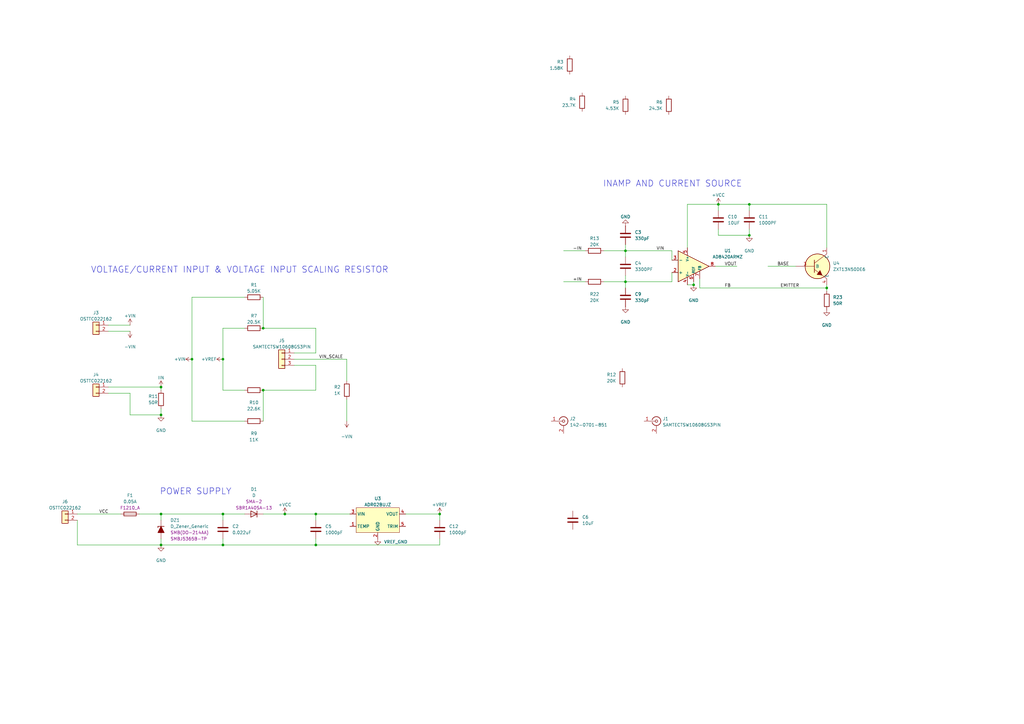
<source format=kicad_sch>
(kicad_sch (version 20250114) (generator "eeschema") (generator_version "9.0")
  (paper "A3")
  (lib_symbols
    (symbol "Connector:Conn_Coaxial" (pin_names (offset 1.016) (hide yes))
      (property "Reference" "J" (at 0.254 3.048 0))
      (property "Value" "Conn_Coaxial" (at 2.921 0 90))
      (symbol "Conn_Coaxial_0_1"
        (polyline (pts (xy -2.54 0) (xy -0.508 0)))
        (arc (start 1.778 0) (mid 0.222 -1.8079) (end -1.778 -0.508) (stroke (width 0.254)))
        (arc (start -1.778 0.508) (mid 0.2221 1.8084) (end 1.778 0) (stroke (width 0.254)))
        (circle (center 0 0) (radius 0.508) (stroke (width 0.2032)))
        (polyline (pts (xy 0 -2.54) (xy 0 -1.778)))
      )
      (symbol "Conn_Coaxial_1_1"
        (pin passive line (at -5.08 0 0) (length 2.54) (name "In") (number "1"))
        (pin passive line (at 0 -5.08 90) (length 2.54) (name "Ext") (number "2"))
      )
    )
    (symbol "Connector_Generic:Conn_01x02" (pin_names (offset 1.016) (hide yes))
      (property "Reference" "J" (at 0 2.54 0))
      (property "Value" "Conn_01x02" (at 0 -5.08 0))
      (symbol "Conn_01x02_1_1"
        (rectangle (start -1.27 1.27) (end 1.27 -3.81) (stroke (width 0.254)) (fill (type background)))
        (rectangle (start -1.27 0.127) (end 0 -0.127) (stroke (width 0.1524)))
        (rectangle (start -1.27 -2.413) (end 0 -2.667) (stroke (width 0.1524)))
        (pin passive line (at -5.08 0 0) (length 3.81) (name "Pin_1") (number "1"))
        (pin passive line (at -5.08 -2.54 0) (length 3.81) (name "Pin_2") (number "2"))
      )
    )
    (symbol "Connector_Generic:Conn_01x03" (pin_names (offset 1.016) (hide yes))
      (property "Reference" "J" (at 0 5.08 0))
      (property "Value" "Conn_01x03" (at 0 -5.08 0))
      (symbol "Conn_01x03_1_1"
        (rectangle (start -1.27 3.81) (end 1.27 -3.81) (stroke (width 0.254)) (fill (type background)))
        (rectangle (start -1.27 2.667) (end 0 2.413) (stroke (width 0.1524)))
        (rectangle (start -1.27 0.127) (end 0 -0.127) (stroke (width 0.1524)))
        (rectangle (start -1.27 -2.413) (end 0 -2.667) (stroke (width 0.1524)))
        (pin passive line (at -5.08 2.54 0) (length 3.81) (name "Pin_1") (number "1"))
        (pin passive line (at -5.08 0 0) (length 3.81) (name "Pin_2") (number "2"))
        (pin passive line (at -5.08 -2.54 0) (length 3.81) (name "Pin_3") (number "3"))
      )
    )
    (symbol "Device:D" (pin_numbers (hide yes)) (pin_names (offset 1.016) (hide yes))
      (property "Reference" "D" (at 0 2.54 0))
      (property "Value" "D" (at 0 -2.54 0))
      (symbol "D_0_1"
        (polyline (pts (xy -1.27 1.27) (xy -1.27 -1.27)) (stroke (width 0.254)))
        (polyline (pts (xy 1.27 1.27) (xy 1.27 -1.27) (xy -1.27 0) (xy 1.27 1.27)) (stroke (width 0.254)))
        (polyline (pts (xy 1.27 0) (xy -1.27 0)))
      )
      (symbol "D_1_1"
        (pin passive line (at -3.81 0 0) (length 2.54) (name "K") (number "1"))
        (pin passive line (at 3.81 0 180) (length 2.54) (name "A") (number "2"))
      )
    )
    (symbol "Device:Fuse" (pin_numbers (hide yes)) (pin_names (offset 0))
      (property "Reference" "F" (at 2.032 0 90))
      (property "Value" "Fuse" (at -1.905 0 90))
      (symbol "Fuse_0_1"
        (rectangle (start -0.762 -2.54) (end 0.762 2.54) (stroke (width 0.254)))
        (polyline (pts (xy 0 2.54) (xy 0 -2.54)))
      )
      (symbol "Fuse_1_1"
        (pin passive line (at 0 3.81 270) (length 1.27) (name "~") (number "1"))
        (pin passive line (at 0 -3.81 90) (length 1.27) (name "~") (number "2"))
      )
    )
    (symbol "Library:ADR02BUJZ"
      (property "Reference" "U" (at 0 0 0))
      (property "Value" "ADR02BUJZ" (at 0 0 0))
      (symbol "ADR02BUJZ_0_0"
        (pin unspecified line (at -11.43 2.54 0) (length 2.54) (name "VIN") (number "3"))
        (pin unspecified line (at -11.43 -2.54 0) (length 2.54) (name "TEMP") (number "1"))
        (pin unspecified line (at 0 -7.62 90) (length 2.54) (name "GND") (number "2"))
        (pin unspecified line (at 11.43 2.54 180) (length 2.54) (name "VOUT") (number "4"))
        (pin unspecified line (at 11.43 -2.54 180) (length 2.54) (name "TRIM") (number "5"))
      )
      (symbol "ADR02BUJZ_1_1"
        (rectangle (start -8.89 5.08) (end 8.89 -5.08) (fill (type background)))
      )
    )
    (symbol "Library:ZXT13N50DE6"
      (property "Reference" "U" (at 0 -0.254 0))
      (property "Value" "ZXT13N50DE6" (at 0 0 0))
      (symbol "ZXT13N50DE6_0_0"
        (pin unspecified line (at 5.08 7.62 270) (length 2.54) (name "C") (number "1"))
        (pin unspecified line (at 5.08 7.62 270) (length 2.54) (hide yes) (name "C") (number "2"))
        (pin unspecified line (at 5.08 7.62 270) (length 2.54) (hide yes) (name "C") (number "5"))
        (pin unspecified line (at 5.08 7.62 270) (length 2.54) (hide yes) (name "C") (number "6"))
        (pin unspecified line (at 5.08 -7.62 90) (length 2.54) (name "E") (number "4"))
      )
      (symbol "ZXT13N50DE6_1_0"
        (pin unspecified line (at -7.62 0 0) (length 7.62) (name "B") (number "3"))
      )
      (symbol "ZXT13N50DE6_1_1"
        (polyline (pts (xy 0 2.54) (xy 0 -2.54)) (stroke (width 0.254)))
        (circle (center 1.27 0) (radius 5.08) (stroke (width 0.254)) (fill (type background)))
        (polyline (pts (xy 2.3368 -1.7018) (xy 3.1496 -3.6322) (xy 1.0668 -3.3782) (xy 2.3368 -1.7018)) (fill (type outline)))
        (polyline (pts (xy 5.08 5.08) (xy 0 1.27)))
        (polyline (pts (xy 5.08 -5.08) (xy 0 -1.27)))
      )
    )
    (symbol "PCM_Amplifier_Instrumentation_AKL:AD8420ARMZ" (pin_names (offset 0.2))
      (property "Reference" "U" (at 6.35 7.62 0))
      (property "Value" "AD8420ARMZ" (at 6.35 5.08 0))
      (symbol "AD8420ARMZ_0_1"
        (polyline (pts (xy -1.27 6.35) (xy -1.27 -6.35) (xy 11.43 0) (xy -1.27 6.35)) (stroke (width 0.254)) (fill (type background)))
      )
      (symbol "AD8420ARMZ_1_1"
        (pin input line (at -3.81 2.54 0) (length 2.54) (name "-") (number "3"))
        (pin input line (at -3.81 -2.54 0) (length 2.54) (name "+") (number "2"))
        (pin no_connect line (at 1.27 0 0) (length 2.54) (hide yes) (name "NC") (number "1"))
        (pin power_in line (at 2.54 7.62 270) (length 3.18) (name "V+") (number "5"))
        (pin power_in line (at 2.54 -7.62 90) (length 3.18) (name "V-") (number "4"))
        (pin input line (at 5.08 -6.35 90) (length 3.18) (name "REF") (number "6"))
        (pin input line (at 7.62 -5.08 90) (length 3.18) (name "FB") (number "7"))
        (pin output line (at 13.97 0 180) (length 2.54) (name "~") (number "8"))
      )
    )
    (symbol "PCM_Capacitor_AKL:C_1206" (pin_numbers (hide yes)) (pin_names (offset 0.254))
      (property "Reference" "C" (at 0.635 2.54 0))
      (property "Value" "C_1206" (at 0.635 -2.54 0))
      (symbol "C_1206_0_1"
        (polyline (pts (xy -2.032 0.762) (xy 2.032 0.762)) (stroke (width 0.508)))
        (polyline (pts (xy -2.032 -0.762) (xy 2.032 -0.762)) (stroke (width 0.508)))
      )
      (symbol "C_1206_0_2"
        (polyline (pts (xy -2.54 -2.54) (xy -0.381 -0.381)))
        (polyline (pts (xy -0.508 -0.508) (xy -1.651 0.635)) (stroke (width 0.508)))
        (polyline (pts (xy -0.508 -0.508) (xy 0.635 -1.651)) (stroke (width 0.508)))
        (polyline (pts (xy 0.381 0.381) (xy 2.54 2.54)))
        (polyline (pts (xy 0.508 0.508) (xy -0.635 1.651)) (stroke (width 0.508)))
        (polyline (pts (xy 0.508 0.508) (xy 1.651 -0.635)) (stroke (width 0.508)))
      )
      (symbol "C_1206_1_1"
        (pin passive line (at 0 3.81 270) (length 2.794) (name "~") (number "1"))
        (pin passive line (at 0 -3.81 90) (length 2.794) (name "~") (number "2"))
      )
      (symbol "C_1206_1_2"
        (pin passive line (at -2.54 -2.54 90) (length 0) (name "~") (number "2"))
        (pin passive line (at 2.54 2.54 270) (length 0) (name "~") (number "1"))
      )
    )
    (symbol "PCM_Diode_Zener_AKL:D_Zener_Generic" (pin_numbers (hide yes)) (pin_names (offset 1.016) (hide yes))
      (property "Reference" "DZ" (at 0 7.62 0))
      (property "Value" "D_Zener_Generic" (at 0 5.08 0))
      (symbol "D_Zener_Generic_0_1"
        (polyline (pts (xy -1.27 0) (xy 1.27 0)))
        (polyline (pts (xy -1.27 -1.27) (xy -1.27 1.27) (xy 1.27 0) (xy -1.27 -1.27)) (stroke (width 0.254)) (fill (type outline)))
        (polyline (pts (xy 1.27 1.27) (xy 0.762 1.27)) (stroke (width 0.254)))
        (polyline (pts (xy 1.27 1.27) (xy 1.27 -1.27)) (stroke (width 0.254)))
      )
      (symbol "D_Zener_Generic_0_2"
        (polyline (pts (xy -2.54 -2.54) (xy 2.54 2.54)))
        (polyline (pts (xy -0.889 -0.889) (xy -1.778 0) (xy 0.889 0.889) (xy 0 -1.778) (xy -0.889 -0.889)) (stroke (width 0.254)) (fill (type outline)))
        (polyline (pts (xy 0 1.778) (xy -0.381 1.397)) (stroke (width 0.254)))
        (polyline (pts (xy 0 1.778) (xy 1.778 0)) (stroke (width 0.254)))
      )
      (symbol "D_Zener_Generic_1_1"
        (pin passive line (at -3.81 0 0) (length 2.54) (name "A") (number "2"))
        (pin passive line (at 3.81 0 180) (length 2.54) (name "K") (number "1"))
      )
      (symbol "D_Zener_Generic_1_2"
        (pin passive line (at -2.54 -2.54 0) (length 0) (name "A") (number "2"))
        (pin passive line (at 2.54 2.54 180) (length 0) (name "K") (number "1"))
      )
    )
    (symbol "PCM_Resistor_AKL:R_1206" (pin_numbers (hide yes)) (pin_names (offset 0))
      (property "Reference" "R" (at 2.54 1.27 0))
      (property "Value" "R_1206" (at 2.54 -1.27 0))
      (symbol "R_1206_0_1"
        (rectangle (start -1.016 2.54) (end 1.016 -2.54) (stroke (width 0.254)))
      )
      (symbol "R_1206_0_2"
        (polyline (pts (xy -2.54 -2.54) (xy -1.524 -1.524)))
        (polyline (pts (xy 1.524 1.524) (xy 2.54 2.54)))
        (polyline (pts (xy 1.524 1.524) (xy 0.889 2.159) (xy -2.159 -0.889) (xy -0.889 -2.159) (xy 2.159 0.889) (xy 1.524 1.524)) (stroke (width 0.254)))
      )
      (symbol "R_1206_1_1"
        (pin passive line (at 0 3.81 270) (length 1.27) (name "~") (number "1"))
        (pin passive line (at 0 -3.81 90) (length 1.27) (name "~") (number "2"))
      )
      (symbol "R_1206_1_2"
        (pin passive line (at -2.54 -2.54 0) (length 0) (name "") (number "2"))
        (pin passive line (at 2.54 2.54 180) (length 0) (name "") (number "1"))
      )
    )
    (symbol "power:GND" (power) (pin_numbers (hide yes)) (pin_names (offset 0) (hide yes))
      (property "Value" "GND" (at 0 -3.81 0))
      (symbol "GND_0_1"
        (polyline (pts (xy 0 0) (xy 0 -1.27) (xy 1.27 -1.27) (xy 0 -2.54) (xy -1.27 -1.27) (xy 0 -1.27)))
      )
      (symbol "GND_1_1"
        (pin power_in line (at 0 0 270) (length 0) (name "~") (number "1"))
      )
    )
    (symbol "power:VCC" (power) (pin_numbers (hide yes)) (pin_names (offset 0) (hide yes))
      (property "Value" "VCC" (at 0 3.556 0))
      (symbol "VCC_0_1"
        (polyline (pts (xy -0.762 1.27) (xy 0 2.54)))
        (polyline (pts (xy 0 2.54) (xy 0.762 1.27)))
        (polyline (pts (xy 0 0) (xy 0 2.54)))
      )
      (symbol "VCC_1_1"
        (pin power_in line (at 0 0 90) (length 0) (name "~") (number "1"))
      )
    )
  )
  (text "POWER SUPPLY" (at 80.264 201.676 0) (effects (font (size 2.54 2.54))))
  (text "INAMP AND CURRENT SOURCE" (at 275.844 75.438 0) (effects (font (size 2.54 2.54))))
  (text "VOLTAGE/CURRENT INPUT & VOLTAGE INPUT SCALING RESISTOR" (at 98.298 110.744 0) (effects (font (size 2.54 2.54))))
  (junction (at 339.09 118.11))
  (junction (at 78.74 147.32))
  (junction (at 256.54 115.57))
  (junction (at 256.54 102.87))
  (junction (at 66.04 170.18))
  (junction (at 107.95 134.62))
  (junction (at 91.44 210.82))
  (junction (at 107.95 160.02))
  (junction (at 129.54 210.82))
  (junction (at 91.44 147.32))
  (junction (at 116.84 210.82))
  (junction (at 307.34 96.52))
  (junction (at 180.34 210.82))
  (junction (at 91.44 223.52))
  (junction (at 129.54 223.52))
  (junction (at 307.34 83.82))
  (junction (at 294.64 83.82))
  (junction (at 66.04 223.52))
  (junction (at 66.04 158.75))
  (junction (at 66.04 210.82))
  (junction (at 284.48 116.84))
  (wire (pts (xy 31.75 223.52) (xy 66.04 223.52)))
  (wire (pts (xy 107.95 210.82) (xy 116.84 210.82)))
  (wire (pts (xy 339.09 83.82) (xy 339.09 101.6)))
  (wire (pts (xy 91.44 223.52) (xy 129.54 223.52)))
  (wire (pts (xy 339.09 118.11) (xy 339.09 116.84)))
  (wire (pts (xy 256.54 102.87) (xy 256.54 105.41)))
  (wire (pts (xy 275.59 115.57) (xy 275.59 111.76)))
  (wire (pts (xy 142.24 147.32) (xy 142.24 156.21)))
  (wire (pts (xy 66.04 210.82) (xy 91.44 210.82)))
  (wire (pts (xy 53.34 161.29) (xy 53.34 170.18)))
  (wire (pts (xy 120.65 149.86) (xy 129.54 149.86)))
  (wire (pts (xy 142.24 163.83) (xy 142.24 172.72)))
  (wire (pts (xy 129.54 134.62) (xy 129.54 144.78)))
  (wire (pts (xy 66.04 167.64) (xy 66.04 170.18)))
  (wire (pts (xy 166.37 210.82) (xy 180.34 210.82)))
  (wire (pts (xy 256.54 113.03) (xy 256.54 115.57)))
  (wire (pts (xy 231.14 102.87) (xy 240.03 102.87)))
  (wire (pts (xy 307.34 83.82) (xy 294.64 83.82)))
  (wire (pts (xy 180.34 223.52) (xy 180.34 220.98)))
  (wire (pts (xy 120.65 147.32) (xy 142.24 147.32)))
  (wire (pts (xy 129.54 149.86) (xy 129.54 160.02)))
  (wire (pts (xy 116.84 210.82) (xy 129.54 210.82)))
  (wire (pts (xy 78.74 147.32) (xy 78.74 172.72)))
  (wire (pts (xy 53.34 170.18) (xy 66.04 170.18)))
  (wire (pts (xy 100.33 134.62) (xy 91.44 134.62)))
  (wire (pts (xy 247.65 115.57) (xy 256.54 115.57)))
  (wire (pts (xy 129.54 223.52) (xy 180.34 223.52)))
  (wire (pts (xy 256.54 115.57) (xy 275.59 115.57)))
  (wire (pts (xy 57.15 210.82) (xy 66.04 210.82)))
  (wire (pts (xy 287.02 118.11) (xy 339.09 118.11)))
  (wire (pts (xy 256.54 100.33) (xy 256.54 102.87)))
  (wire (pts (xy 307.34 83.82) (xy 339.09 83.82)))
  (wire (pts (xy 275.59 102.87) (xy 275.59 106.68)))
  (wire (pts (xy 91.44 160.02) (xy 100.33 160.02)))
  (wire (pts (xy 180.34 213.36) (xy 180.34 210.82)))
  (wire (pts (xy 66.04 210.82) (xy 66.04 213.36)))
  (wire (pts (xy 44.45 133.35) (xy 53.34 133.35)))
  (wire (pts (xy 294.64 93.98) (xy 294.64 96.52)))
  (wire (pts (xy 91.44 210.82) (xy 91.44 213.36)))
  (wire (pts (xy 339.09 118.11) (xy 339.09 119.38)))
  (wire (pts (xy 107.95 160.02) (xy 129.54 160.02)))
  (wire (pts (xy 44.45 158.75) (xy 66.04 158.75)))
  (wire (pts (xy 284.48 115.57) (xy 284.48 116.84)))
  (wire (pts (xy 281.94 83.82) (xy 281.94 101.6)))
  (wire (pts (xy 256.54 102.87) (xy 275.59 102.87)))
  (wire (pts (xy 314.96 109.22) (xy 326.39 109.22)))
  (wire (pts (xy 129.54 144.78) (xy 120.65 144.78)))
  (wire (pts (xy 107.95 121.92) (xy 107.95 134.62)))
  (wire (pts (xy 294.64 83.82) (xy 294.64 86.36)))
  (wire (pts (xy 129.54 210.82) (xy 129.54 213.36)))
  (wire (pts (xy 66.04 220.98) (xy 66.04 223.52)))
  (wire (pts (xy 107.95 134.62) (xy 129.54 134.62)))
  (wire (pts (xy 294.64 83.82) (xy 281.94 83.82)))
  (wire (pts (xy 129.54 220.98) (xy 129.54 223.52)))
  (wire (pts (xy 294.64 96.52) (xy 307.34 96.52)))
  (wire (pts (xy 129.54 210.82) (xy 143.51 210.82)))
  (wire (pts (xy 91.44 210.82) (xy 100.33 210.82)))
  (wire (pts (xy 91.44 220.98) (xy 91.44 223.52)))
  (wire (pts (xy 307.34 93.98) (xy 307.34 96.52)))
  (wire (pts (xy 31.75 213.36) (xy 31.75 223.52)))
  (wire (pts (xy 287.02 118.11) (xy 287.02 114.3)))
  (wire (pts (xy 100.33 121.92) (xy 78.74 121.92)))
  (wire (pts (xy 78.74 121.92) (xy 78.74 147.32)))
  (wire (pts (xy 91.44 147.32) (xy 91.44 160.02)))
  (wire (pts (xy 293.37 109.22) (xy 302.26 109.22)))
  (wire (pts (xy 31.75 210.82) (xy 49.53 210.82)))
  (wire (pts (xy 256.54 115.57) (xy 256.54 118.11)))
  (wire (pts (xy 78.74 172.72) (xy 100.33 172.72)))
  (wire (pts (xy 66.04 223.52) (xy 91.44 223.52)))
  (wire (pts (xy 284.48 116.84) (xy 281.94 116.84)))
  (wire (pts (xy 247.65 102.87) (xy 256.54 102.87)))
  (wire (pts (xy 231.14 115.57) (xy 240.03 115.57)))
  (wire (pts (xy 44.45 135.89) (xy 53.34 135.89)))
  (wire (pts (xy 44.45 161.29) (xy 53.34 161.29)))
  (wire (pts (xy 307.34 86.36) (xy 307.34 83.82)))
  (wire (pts (xy 91.44 134.62) (xy 91.44 147.32)))
  (wire (pts (xy 66.04 158.75) (xy 66.04 160.02)))
  (wire (pts (xy 107.95 160.02) (xy 107.95 172.72)))
  (label "VIN" (at 269.24 102.87 0))
  (label "VOUT" (at 297.18 109.22 0))
  (label "+IN" (at 234.95 115.57 0))
  (label "VCC" (at 40.64 210.82 0))
  (label "FB" (at 297.18 118.11 0))
  (label "BASE" (at 318.77 109.22 0))
  (label "-IN" (at 234.95 102.87 0))
  (label "EMITTER" (at 320.04 118.11 0))
  (label "VIN_SCALE" (at 130.81 147.32 0))
  (symbol (lib_id "power:VCC") (at 53.34 133.35 0) (unit 1)
    (property "Reference" "#PWR01" (effects (hide yes)))
    (property "Value" "+VIN" (at 53.34 129.54 0))
    (property "Description" "Power symbol creates a global label with name \"VCC\"" (effects (hide yes)))
  )
  (symbol (lib_id "PCM_Resistor_AKL:R_1206") (at 274.32 43.18 0) (mirror x) (unit 1)
    (property "Reference" "R6" (at 271.78 41.9099 0) (effects (justify right)))
    (property "Value" "24.3K" (at 271.78 44.4499 0) (effects (justify right)))
    (property "Footprint" "PCM_Resistor_SMD_AKL:R_1206_3216Metric" (effects (hide yes)))
    (property "Description" "SMD 1206 Chip Resistor, European Symbol, Alternate KiCad Library" (effects (hide yes)))
  )
  (symbol (lib_id "PCM_Resistor_AKL:R_1206") (at 233.68 26.67 0) (mirror x) (unit 1)
    (property "Reference" "R3" (at 231.14 25.3999 0) (effects (justify right)))
    (property "Value" "1.58K" (at 231.14 27.9399 0) (effects (justify right)))
    (property "Footprint" "PCM_Resistor_SMD_AKL:R_1206_3216Metric" (effects (hide yes)))
    (property "Description" "SMD 1206 Chip Resistor, European Symbol, Alternate KiCad Library" (effects (hide yes)))
  )
  (symbol (lib_id "power:GND") (at 256.54 92.71 180) (unit 1)
    (property "Reference" "#PWR012" (effects (hide yes)))
    (property "Value" "GND" (at 256.54 88.9 0))
    (property "Description" "Power symbol creates a global label with name \"GND\" , ground" (effects (hide yes)))
  )
  (symbol (lib_id "power:GND") (at 154.94 220.98 0) (unit 1)
    (property "Reference" "#PWR021" (effects (hide yes)))
    (property "Value" "VREF_GND" (at 157.48 222.2499 0) (effects (justify left)))
    (property "Description" "Power symbol creates a global label with name \"GND\" , ground" (effects (hide yes)))
  )
  (symbol (lib_id "power:GND") (at 284.48 116.84 0) (unit 1)
    (property "Reference" "#PWR017" (effects (hide yes)))
    (property "Value" "GND" (at 284.48 123.19 0))
    (property "Description" "Power symbol creates a global label with name \"GND\" , ground" (effects (hide yes)))
  )
  (symbol (lib_id "PCM_Capacitor_AKL:C_1206") (at 256.54 121.92 0) (unit 1)
    (property "Reference" "C9" (at 260.35 120.6499 0) (effects (justify left)))
    (property "Value" "330pF" (at 260.35 123.1899 0) (effects (justify left)))
    (property "Footprint" "PCM_Capacitor_SMD_AKL:C_1206_3216Metric" (effects (hide yes)))
    (property "Description" "SMD 1206 MLCC capacitor, Alternate KiCad Library" (effects (hide yes)))
  )
  (symbol (lib_id "PCM_Resistor_AKL:R_1206") (at 339.09 123.19 0) (mirror y) (unit 1)
    (property "Reference" "R23" (at 341.63 121.9199 0) (effects (justify right)))
    (property "Value" "50R" (at 341.63 124.4599 0) (effects (justify right)))
    (property "Footprint" "PCM_Resistor_SMD_AKL:R_1206_3216Metric" (effects (hide yes)))
    (property "Description" "SMD 1206 Chip Resistor, European Symbol, Alternate KiCad Library" (effects (hide yes)))
  )
  (symbol (lib_id "PCM_Capacitor_AKL:C_1206") (at 256.54 96.52 0) (unit 1)
    (property "Reference" "C3" (at 260.35 95.2499 0) (effects (justify left)))
    (property "Value" "330pF" (at 260.35 97.7899 0) (effects (justify left)))
    (property "Footprint" "PCM_Capacitor_SMD_AKL:C_1206_3216Metric" (effects (hide yes)))
    (property "Description" "SMD 1206 MLCC capacitor, Alternate KiCad Library" (effects (hide yes)))
  )
  (symbol (lib_id "power:VCC") (at 180.34 210.82 0) (unit 1)
    (property "Reference" "#PWR014" (effects (hide yes)))
    (property "Value" "+VREF" (at 180.34 207.01 0))
    (property "Description" "Power symbol creates a global label with name \"VCC\"" (effects (hide yes)))
  )
  (symbol (lib_id "Connector:Conn_Coaxial") (at 269.24 172.72 0) (unit 1)
    (property "Reference" "J1" (at 271.78 171.7431 0) (effects (justify left)))
    (property "Value" "SAMTECTSW10608GS3PIN" (at 271.78 174.2831 0) (effects (justify left)))
    (property "Description" "coaxial connector (BNC, SMA, SMB, SMC, Cinch/RCA, LEMO, ...)" (effects (hide yes)))
  )
  (symbol (lib_id "power:VCC") (at 142.24 172.72 180) (unit 1)
    (property "Reference" "#PWR010" (effects (hide yes)))
    (property "Value" "-VIN" (at 142.24 179.07 0))
    (property "Description" "Power symbol creates a global label with name \"VCC\"" (effects (hide yes)))
  )
  (symbol (lib_id "power:VCC") (at 91.44 147.32 90) (unit 1)
    (property "Reference" "#PWR08" (effects (hide yes)))
    (property "Value" "+VREF" (at 88.9 147.3199 90) (effects (justify left)))
    (property "Description" "Power symbol creates a global label with name \"VCC\"" (effects (hide yes)))
  )
  (symbol (lib_id "Library:ADR02BUJZ") (at 154.94 213.36 0) (unit 1)
    (property "Reference" "U3" (at 154.94 204.47 0))
    (property "Value" "ADR02BUJZ" (at 154.94 207.01 0))
    (property "Footprint" "PCM_4ms_Package_SOT:TSOT-23-5" (effects (hide yes)))
    (property "Datasheet" "https://www.jlc-smt.com/lcsc/detail/C579276.html?spm=smt-pc.search-result.list.0" (effects (hide yes)))
    (property "Description" "噪声(0.1Hz-10Hz):10uVp-p,噪声(10Hz-10kHz):-,工作温度:-40℃~+125℃@(Ta),工作电压:7V~36V,温度系数:9ppm/℃,电压基准类型:串联,精度:±0.06%,输出电压:5V,输出电流:10mA,输出类型:固定,静态电流(Iq):1mA" (effects (hide yes)))
  )
  (symbol (lib_id "PCM_Capacitor_AKL:C_1206") (at 91.44 217.17 0) (unit 1)
    (property "Reference" "C2" (at 95.25 215.8999 0) (effects (justify left)))
    (property "Value" "0.022uF" (at 95.25 218.4399 0) (effects (justify left)))
    (property "Footprint" "PCM_Capacitor_SMD_AKL:C_1206_3216Metric" (effects (hide yes)))
    (property "Description" "SMD 1206 MLCC capacitor, Alternate KiCad Library" (effects (hide yes)))
  )
  (symbol (lib_id "Connector_Generic:Conn_01x03") (at 115.57 147.32 0) (mirror y) (unit 1)
    (property "Reference" "J5" (at 115.57 139.7 0))
    (property "Value" "SAMTECTSW10608GS3PIN" (at 115.57 142.24 0))
    (property "Description" "Generic connector, single row, 01x03, script generated (kicad-library-utils/schlib/autogen/connector/)" (effects (hide yes)))
  )
  (symbol (lib_id "Device:Fuse") (at 53.34 210.82 90) (unit 1)
    (property "Reference" "F1" (at 53.34 203.2 90))
    (property "Value" "0.05A" (at 53.34 205.74 90))
    (property "Description" "Fuse" (effects (hide yes)))
    (property "package" "F1210_A" (at 53.34 208.28 90))
  )
  (symbol (lib_id "Connector:Conn_Coaxial") (at 231.14 172.72 0) (unit 1)
    (property "Reference" "J2" (at 233.68 171.7431 0) (effects (justify left)))
    (property "Value" "142-0701-851" (at 233.68 174.2831 0) (effects (justify left)))
    (property "Description" "coaxial connector (BNC, SMA, SMB, SMC, Cinch/RCA, LEMO, ...)" (effects (hide yes)))
  )
  (symbol (lib_id "PCM_Resistor_AKL:R_1206") (at 142.24 160.02 0) (mirror x) (unit 1)
    (property "Reference" "R2" (at 139.7 158.7499 0) (effects (justify right)))
    (property "Value" "1K" (at 139.7 161.2899 0) (effects (justify right)))
    (property "Footprint" "PCM_Resistor_SMD_AKL:R_1206_3216Metric" (effects (hide yes)))
    (property "Description" "SMD 1206 Chip Resistor, European Symbol, Alternate KiCad Library" (effects (hide yes)))
  )
  (symbol (lib_id "PCM_Resistor_AKL:R_1206") (at 104.14 160.02 270) (mirror x) (unit 1)
    (property "Reference" "R10" (at 104.14 165.1 90))
    (property "Value" "22.6K" (at 104.14 167.64 90))
    (property "Footprint" "PCM_Resistor_SMD_AKL:R_1206_3216Metric" (effects (hide yes)))
    (property "Description" "SMD 1206 Chip Resistor, European Symbol, Alternate KiCad Library" (effects (hide yes)))
  )
  (symbol (lib_id "power:GND") (at 339.09 127 0) (unit 1)
    (property "Reference" "#PWR09" (effects (hide yes)))
    (property "Value" "GND" (at 339.09 133.35 0))
    (property "Description" "Power symbol creates a global label with name \"GND\" , ground" (effects (hide yes)))
  )
  (symbol (lib_id "PCM_Resistor_AKL:R_1206") (at 104.14 172.72 270) (mirror x) (unit 1)
    (property "Reference" "R9" (at 104.14 177.8 90))
    (property "Value" "11K" (at 104.14 180.34 90))
    (property "Footprint" "PCM_Resistor_SMD_AKL:R_1206_3216Metric" (effects (hide yes)))
    (property "Description" "SMD 1206 Chip Resistor, European Symbol, Alternate KiCad Library" (effects (hide yes)))
  )
  (symbol (lib_id "Connector_Generic:Conn_01x02") (at 26.67 210.82 0) (mirror y) (unit 1)
    (property "Reference" "J6" (at 26.67 205.74 0))
    (property "Value" "OSTTC022162" (at 26.67 208.28 0))
    (property "Description" "Generic connector, single row, 01x02, script generated (kicad-library-utils/schlib/autogen/connector/)" (effects (hide yes)))
  )
  (symbol (lib_id "PCM_Resistor_AKL:R_1206") (at 66.04 163.83 0) (mirror x) (unit 1)
    (property "Reference" "R11" (at 64.77 162.5599 0) (effects (justify right)))
    (property "Value" "50R" (at 64.77 165.0999 0) (effects (justify right)))
    (property "Footprint" "PCM_Resistor_SMD_AKL:R_1206_3216Metric" (effects (hide yes)))
    (property "Description" "SMD 1206 Chip Resistor, European Symbol, Alternate KiCad Library" (effects (hide yes)))
  )
  (symbol (lib_id "Library:ZXT13N50DE6") (at 334.01 109.22 0) (unit 1)
    (property "Reference" "U4" (at 341.63 107.9499 0) (effects (justify left)))
    (property "Value" "ZXT13N50DE6" (at 341.63 110.4899 0) (effects (justify left)))
    (property "Footprint" "Package_TO_SOT_SMD:SOT-23-6" (effects (hide yes)))
    (property "Datasheet" "https://item.szlcsc.com/444664.html" (effects (hide yes)))
    (property "Description" "BJT IC4A NPN Vceo50V PD1.1W hFE100@4A,2V FT115Mhz" (effects (hide yes)))
  )
  (symbol (lib_id "PCM_Resistor_AKL:R_1206") (at 104.14 134.62 270) (mirror x) (unit 1)
    (property "Reference" "R7" (at 104.14 129.54 90))
    (property "Value" "20.5K" (at 104.14 132.08 90))
    (property "Footprint" "PCM_Resistor_SMD_AKL:R_1206_3216Metric" (effects (hide yes)))
    (property "Description" "SMD 1206 Chip Resistor, European Symbol, Alternate KiCad Library" (effects (hide yes)))
  )
  (symbol (lib_id "power:VCC") (at 116.84 210.82 0) (unit 1)
    (property "Reference" "#PWR013" (effects (hide yes)))
    (property "Value" "+VCC" (at 116.84 207.01 0))
    (property "Description" "Power symbol creates a global label with name \"VCC\"" (effects (hide yes)))
  )
  (symbol (lib_id "PCM_Capacitor_AKL:C_1206") (at 180.34 217.17 0) (unit 1)
    (property "Reference" "C12" (at 184.15 215.8999 0) (effects (justify left)))
    (property "Value" "1000pF" (at 184.15 218.4399 0) (effects (justify left)))
    (property "Footprint" "PCM_Capacitor_SMD_AKL:C_1206_3216Metric" (effects (hide yes)))
    (property "Description" "SMD 1206 MLCC capacitor, Alternate KiCad Library" (effects (hide yes)))
  )
  (symbol (lib_id "PCM_Resistor_AKL:R_1206") (at 104.14 121.92 270) (mirror x) (unit 1)
    (property "Reference" "R1" (at 104.14 116.84 90))
    (property "Value" "5.05K" (at 104.14 119.38 90))
    (property "Footprint" "PCM_Resistor_SMD_AKL:R_1206_3216Metric" (effects (hide yes)))
    (property "Description" "SMD 1206 Chip Resistor, European Symbol, Alternate KiCad Library" (effects (hide yes)))
  )
  (symbol (lib_id "Connector_Generic:Conn_01x02") (at 39.37 158.75 0) (mirror y) (unit 1)
    (property "Reference" "J4" (at 39.37 153.67 0))
    (property "Value" "OSTTC022162" (at 39.37 156.21 0))
    (property "Description" "Generic connector, single row, 01x02, script generated (kicad-library-utils/schlib/autogen/connector/)" (effects (hide yes)))
  )
  (symbol (lib_id "PCM_Amplifier_Instrumentation_AKL:AD8420ARMZ") (at 279.4 109.22 0) (unit 1)
    (property "Reference" "U1" (at 298.45 102.7998 0))
    (property "Value" "AD8420ARMZ" (at 298.45 105.3398 0))
    (property "Footprint" "PCM_Package_SO_AKL:MSOP-8_3x3mm_P0.65mm" (effects (hide yes)))
    (property "Datasheet" "https://www.analog.com/media/en/technical-documentation/data-sheets/ad8420.pdf" (effects (hide yes)))
    (property "Description" "MSOP-8 Micropower Rail-to-Rail Instrumentation Amplifier, 125μV Offset, 1μV/°C drift, 1 to 1001 gain, Alternate KiCAD Library" (effects (hide yes)))
  )
  (symbol (lib_id "power:GND") (at 66.04 170.18 0) (unit 1)
    (property "Reference" "#PWR07" (effects (hide yes)))
    (property "Value" "GND" (at 66.04 176.53 0))
    (property "Description" "Power symbol creates a global label with name \"GND\" , ground" (effects (hide yes)))
  )
  (symbol (lib_id "PCM_Capacitor_AKL:C_1206") (at 256.54 109.22 0) (unit 1)
    (property "Reference" "C4" (at 260.35 107.9499 0) (effects (justify left)))
    (property "Value" "3300PF" (at 260.35 110.4899 0) (effects (justify left)))
    (property "Footprint" "PCM_Capacitor_SMD_AKL:C_1206_3216Metric" (effects (hide yes)))
    (property "Description" "SMD 1206 MLCC capacitor, Alternate KiCad Library" (effects (hide yes)))
  )
  (symbol (lib_id "Connector_Generic:Conn_01x02") (at 39.37 133.35 0) (mirror y) (unit 1)
    (property "Reference" "J3" (at 39.37 128.27 0))
    (property "Value" "OSTTC022162" (at 39.37 130.81 0))
    (property "Description" "Generic connector, single row, 01x02, script generated (kicad-library-utils/schlib/autogen/connector/)" (effects (hide yes)))
  )
  (symbol (lib_id "PCM_Capacitor_AKL:C_1206") (at 234.95 213.36 0) (unit 1)
    (property "Reference" "C6" (at 238.76 212.0899 0) (effects (justify left)))
    (property "Value" "10uF" (at 238.76 214.6299 0) (effects (justify left)))
    (property "Footprint" "PCM_Capacitor_SMD_AKL:C_1206_3216Metric" (effects (hide yes)))
    (property "Description" "SMD 1206 MLCC capacitor, Alternate KiCad Library" (effects (hide yes)))
  )
  (symbol (lib_id "power:GND") (at 66.04 223.52 0) (unit 1)
    (property "Reference" "#PWR020" (effects (hide yes)))
    (property "Value" "GND" (at 66.04 229.87 0))
    (property "Description" "Power symbol creates a global label with name \"GND\" , ground" (effects (hide yes)))
  )
  (symbol (lib_id "power:VCC") (at 66.04 158.75 0) (unit 1)
    (property "Reference" "#PWR05" (effects (hide yes)))
    (property "Value" "IIN" (at 66.04 154.94 0))
    (property "Description" "Power symbol creates a global label with name \"VCC\"" (effects (hide yes)))
  )
  (symbol (lib_id "power:GND") (at 256.54 125.73 0) (unit 1)
    (property "Reference" "#PWR011" (effects (hide yes)))
    (property "Value" "GND" (at 256.54 132.08 0))
    (property "Description" "Power symbol creates a global label with name \"GND\" , ground" (effects (hide yes)))
  )
  (symbol (lib_id "Device:D") (at 104.14 210.82 180) (unit 1)
    (property "Reference" "D1" (at 104.14 200.66 0))
    (property "Value" "D" (at 104.14 203.2 0))
    (property "Description" "Diode" (effects (hide yes)))
    (property "Sim.Device" "D" (effects (hide yes)))
    (property "Sim.Pins" "1=K 2=A" (effects (hide yes)))
    (property "package" "SMA-2" (at 104.14 205.74 0))
    (property "value" "SBR1A40SA-13" (at 104.14 208.28 0))
  )
  (symbol (lib_id "PCM_Resistor_AKL:R_1206") (at 238.76 41.91 0) (mirror x) (unit 1)
    (property "Reference" "R4" (at 236.22 40.6399 0) (effects (justify right)))
    (property "Value" "23.7K" (at 236.22 43.1799 0) (effects (justify right)))
    (property "Footprint" "PCM_Resistor_SMD_AKL:R_1206_3216Metric" (effects (hide yes)))
    (property "Description" "SMD 1206 Chip Resistor, European Symbol, Alternate KiCad Library" (effects (hide yes)))
  )
  (symbol (lib_id "PCM_Diode_Zener_AKL:D_Zener_Generic") (at 66.04 217.17 90) (unit 1)
    (property "Reference" "DZ1" (at 69.85 213.3599 90) (effects (justify right)))
    (property "Value" "D_Zener_Generic" (at 69.85 215.8999 90) (effects (justify right)))
    (property "Description" "Zener diode, generic symbol, Alternate KiCAD Library" (effects (hide yes)))
    (property "package" "SMB(DO-214AA)" (at 69.85 218.4399 90) (effects (justify right)))
    (property "value" "SMBJ5365B-TP" (at 69.85 220.9799 90) (effects (justify right)))
  )
  (symbol (lib_id "power:VCC") (at 78.74 147.32 90) (unit 1)
    (property "Reference" "#PWR06" (effects (hide yes)))
    (property "Value" "+VIN" (at 76.2 147.3199 90) (effects (justify left)))
    (property "Description" "Power symbol creates a global label with name \"VCC\"" (effects (hide yes)))
  )
  (symbol (lib_id "power:VCC") (at 294.64 83.82 0) (unit 1)
    (property "Reference" "#PWR019" (effects (hide yes)))
    (property "Value" "+VCC" (at 294.64 80.01 0))
    (property "Description" "Power symbol creates a global label with name \"VCC\"" (effects (hide yes)))
  )
  (symbol (lib_id "PCM_Capacitor_AKL:C_1206") (at 294.64 90.17 0) (unit 1)
    (property "Reference" "C10" (at 298.45 88.8999 0) (effects (justify left)))
    (property "Value" "10UF" (at 298.45 91.4399 0) (effects (justify left)))
    (property "Footprint" "PCM_Capacitor_SMD_AKL:C_1206_3216Metric" (effects (hide yes)))
    (property "Description" "SMD 1206 MLCC capacitor, Alternate KiCad Library" (effects (hide yes)))
  )
  (symbol (lib_id "power:GND") (at 307.34 96.52 0) (unit 1)
    (property "Reference" "#PWR018" (effects (hide yes)))
    (property "Value" "GND" (at 307.34 102.87 0))
    (property "Description" "Power symbol creates a global label with name \"GND\" , ground" (effects (hide yes)))
  )
  (symbol (lib_id "PCM_Resistor_AKL:R_1206") (at 256.54 43.18 0) (mirror x) (unit 1)
    (property "Reference" "R5" (at 254 41.9099 0) (effects (justify right)))
    (property "Value" "4.53K" (at 254 44.4499 0) (effects (justify right)))
    (property "Footprint" "PCM_Resistor_SMD_AKL:R_1206_3216Metric" (effects (hide yes)))
    (property "Description" "SMD 1206 Chip Resistor, European Symbol, Alternate KiCad Library" (effects (hide yes)))
  )
  (symbol (lib_id "PCM_Capacitor_AKL:C_1206") (at 307.34 90.17 0) (unit 1)
    (property "Reference" "C11" (at 311.15 88.8999 0) (effects (justify left)))
    (property "Value" "1000PF" (at 311.15 91.4399 0) (effects (justify left)))
    (property "Footprint" "PCM_Capacitor_SMD_AKL:C_1206_3216Metric" (effects (hide yes)))
    (property "Description" "SMD 1206 MLCC capacitor, Alternate KiCad Library" (effects (hide yes)))
  )
  (symbol (lib_id "PCM_Resistor_AKL:R_1206") (at 243.84 115.57 270) (mirror x) (unit 1)
    (property "Reference" "R22" (at 243.84 120.65 90))
    (property "Value" "20K" (at 243.84 123.19 90))
    (property "Footprint" "PCM_Resistor_SMD_AKL:R_1206_3216Metric" (effects (hide yes)))
    (property "Description" "SMD 1206 Chip Resistor, European Symbol, Alternate KiCad Library" (effects (hide yes)))
  )
  (symbol (lib_id "PCM_Resistor_AKL:R_1206") (at 255.27 154.94 0) (mirror x) (unit 1)
    (property "Reference" "R12" (at 252.73 153.6699 0) (effects (justify right)))
    (property "Value" "20K" (at 252.73 156.2099 0) (effects (justify right)))
    (property "Footprint" "PCM_Resistor_SMD_AKL:R_1206_3216Metric" (effects (hide yes)))
    (property "Description" "SMD 1206 Chip Resistor, European Symbol, Alternate KiCad Library" (effects (hide yes)))
  )
  (symbol (lib_id "power:VCC") (at 53.34 135.89 180) (unit 1)
    (property "Reference" "#PWR04" (effects (hide yes)))
    (property "Value" "-VIN" (at 53.34 142.24 0))
    (property "Description" "Power symbol creates a global label with name \"VCC\"" (effects (hide yes)))
  )
  (symbol (lib_id "PCM_Capacitor_AKL:C_1206") (at 129.54 217.17 0) (unit 1)
    (property "Reference" "C5" (at 133.35 215.8999 0) (effects (justify left)))
    (property "Value" "1000pF" (at 133.35 218.4399 0) (effects (justify left)))
    (property "Footprint" "PCM_Capacitor_SMD_AKL:C_1206_3216Metric" (effects (hide yes)))
    (property "Description" "SMD 1206 MLCC capacitor, Alternate KiCad Library" (effects (hide yes)))
  )
  (symbol (lib_id "PCM_Resistor_AKL:R_1206") (at 243.84 102.87 270) (mirror x) (unit 1)
    (property "Reference" "R13" (at 243.84 97.79 90))
    (property "Value" "20K" (at 243.84 100.33 90))
    (property "Footprint" "PCM_Resistor_SMD_AKL:R_1206_3216Metric" (effects (hide yes)))
    (property "Description" "SMD 1206 Chip Resistor, European Symbol, Alternate KiCad Library" (effects (hide yes)))
  )
)
</source>
